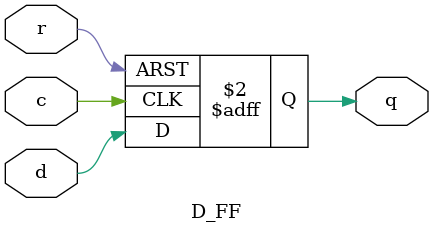
<source format=v>
module D_FF
(
input c, r,
input d,
output reg q
);

	always @ (posedge r or negedge c)
		begin
			if(r)
				q <= 1'b0;
			else
				q <= d;
		end

endmodule

</source>
